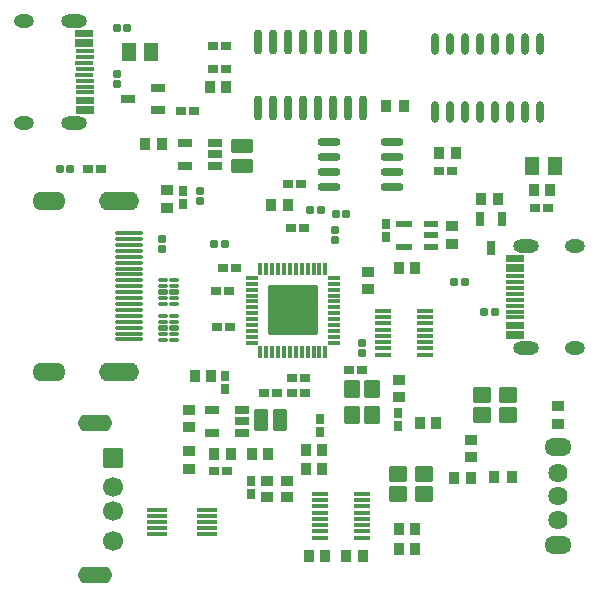
<source format=gts>
G04 Layer: TopSolderMaskLayer*
G04 EasyEDA Pro v2.1.63, 2024-06-10 19:20:29*
G04 Gerber Generator version 0.3*
G04 Scale: 100 percent, Rotated: No, Reflected: No*
G04 Dimensions in millimeters*
G04 Leading zeros omitted, absolute positions, 3 integers and 5 decimals*
%FSLAX35Y35*%
%MOMM*%
%AMRoundRect*1,1,$1,$2,$3*1,1,$1,$4,$5*1,1,$1,0-$2,0-$3*1,1,$1,0-$4,0-$5*20,1,$1,$2,$3,$4,$5,0*20,1,$1,$4,$5,0-$2,0-$3,0*20,1,$1,0-$2,0-$3,0-$4,0-$5,0*20,1,$1,0-$4,0-$5,$2,$3,0*4,1,4,$2,$3,$4,$5,0-$2,0-$3,0-$4,0-$5,$2,$3,0*%
%ADD10O,0.67559X2.13959*%
%ADD11O,0.66159X1.84661*%
%ADD12RoundRect,0.09138X-0.40835X0.43712X0.40835X0.43712*%
%ADD13RoundRect,0.09387X-0.57013X0.69237X0.57013X0.69237*%
%ADD14RoundRect,0.08771X0.40199X-0.27695X-0.40199X-0.27695*%
%ADD15RoundRect,0.09131X0.40514X-0.45514X-0.40514X-0.45514*%
%ADD16RoundRect,0.07779X-0.61111X0.13612X0.61111X0.13612*%
%ADD17RoundRect,0.0976X0.45514X0.40514X0.45514X-0.40514*%
%ADD18RoundRect,0.09131X0.45514X0.40514X0.45514X-0.40514*%
%ADD19RoundRect,0.09131X-0.40514X0.45514X0.40514X0.45514*%
%ADD20RoundRect,0.09424X0.70368X-0.60368X-0.70368X-0.60368*%
%ADD21RoundRect,0.08771X-0.28977X0.27695X0.28977X0.27695*%
%ADD22RoundRect,0.08771X0.28977X-0.27695X-0.28977X-0.27695*%
%ADD23RoundRect,0.0977X2.05116X-2.05116X-2.05116X-2.05116*%
%ADD24O,0.38003X1.10002*%
%ADD25O,1.10002X0.38003*%
%ADD26O,2.5016X0.35161*%
%ADD27O,2.80162X1.6016*%
%ADD28O,3.40157X1.6016*%
%ADD29RoundRect,0.07604X-0.35314X-0.11311X-0.35314X0.11311*%
%ADD30RoundRect,0.08445X-0.34893X-0.20796X-0.34893X0.20796*%
%ADD31RoundRect,0.09424X-0.60368X-0.70368X-0.60368X0.70368*%
%ADD32O,1.9666X0.7316*%
%ADD33RoundRect,0.08771X-0.40199X0.27695X0.40199X0.27695*%
%ADD34RoundRect,0.08771X-0.27695X-0.40199X-0.27695X0.40199*%
%ADD35RoundRect,0.08771X0.27695X0.28977X0.27695X-0.28977*%
%ADD36RoundRect,0.08771X-0.27695X-0.28977X-0.27695X0.28977*%
%ADD37RoundRect,0.09131X-0.43715X-0.40514X-0.43715X0.40514*%
%ADD38RoundRect,0.08771X0.27695X0.40199X0.27695X-0.40199*%
%ADD39RoundRect,0.09131X-0.45514X-0.40514X-0.45514X0.40514*%
%ADD40RoundRect,0.09138X-0.43712X-0.40835X-0.43712X0.40835*%
%ADD41RoundRect,0.09138X0.43712X0.40835X0.43712X-0.40835*%
%ADD42RoundRect,0.09131X-0.40514X0.43715X0.40514X0.43715*%
%ADD43RoundRect,0.08875X-0.50642X0.30643X0.50642X0.30643*%
%ADD44RoundRect,0.09302X-0.8643X-0.50429X-0.8643X0.50429*%
%ADD45RoundRect,0.09302X0.50429X-0.8643X-0.50429X-0.8643*%
%ADD46RoundRect,0.08671X-0.58594X-0.25244X-0.58594X0.25244*%
%ADD47RoundRect,0.08671X-0.59495X-0.25244X-0.59495X0.25244*%
%ADD48O,2.90002X1.40002*%
%ADD49C,1.70002*%
%ADD50RoundRect,0.09447X-0.80278X-0.80278X-0.80278X0.80278*%
%ADD51RoundRect,0.09424X-0.70368X0.60368X0.70368X0.60368*%
%ADD52O,1.72161X0.38161*%
%ADD53C,1.6256*%
%ADD54O,2.3016X1.5016*%
%ADD55RoundRect,0.09138X0.40835X-0.43712X-0.40835X-0.43712*%
%ADD56RoundRect,0.08X0.735X0.16X0.735X-0.16*%
%ADD57O,1.7016X1.1016*%
%ADD58O,2.2016X1.1016*%
%ADD59RoundRect,0.08X-0.735X-0.16X-0.735X0.16*%
%ADD60RoundRect,0.08875X-0.54143X0.30643X0.54143X0.30643*%
%ADD61RoundRect,0.08875X-0.30643X-0.54143X-0.30643X0.54143*%
G75*


G04 Pad Start*
G54D10*
G01X2184400Y-886511D03*
G01X2311400Y-886511D03*
G01X2438400Y-886511D03*
G01X2565400Y-886511D03*
G01X2692400Y-886511D03*
G01X2819400Y-886511D03*
G01X2946400Y-886511D03*
G01X3073400Y-886511D03*
G01X2184400Y-332689D03*
G01X2311400Y-332689D03*
G01X2438400Y-332689D03*
G01X2565400Y-332689D03*
G01X2692400Y-332689D03*
G01X2819400Y-332689D03*
G01X2946400Y-332689D03*
G01X3073400Y-332689D03*
G54D11*
G01X3683000Y-922249D03*
G01X3810000Y-922249D03*
G01X3937000Y-922249D03*
G01X4064000Y-922249D03*
G01X4191000Y-922249D03*
G01X4318000Y-922249D03*
G01X4445000Y-922249D03*
G01X4572000Y-922249D03*
G01X3683000Y-347751D03*
G01X3810000Y-347751D03*
G01X3937000Y-347751D03*
G01X4064000Y-347751D03*
G01X4191000Y-347751D03*
G01X4318000Y-347751D03*
G01X4445000Y-347751D03*
G01X4572000Y-347751D03*
G54D12*
G01X3859936Y-1270000D03*
G01X3709264Y-1270000D03*
G01X3415436Y-876300D03*
G01X3264764Y-876300D03*
G54D13*
G01X1084478Y-419100D03*
G01X1277722Y-419100D03*
G01X4500778Y-1384300D03*
G01X4694022Y-1384300D03*
G54D14*
G01X1799692Y-558800D03*
G01X1908708Y-558800D03*
G01X3717392Y-1422400D03*
G01X3826408Y-1422400D03*
G01X4530192Y-1739900D03*
G01X4639208Y-1739900D03*
G01X1532992Y-914400D03*
G01X1642008Y-914400D03*
G54D15*
G01X4070198Y-1663700D03*
G01X4210202Y-1663700D03*
G54D16*
G01X3236290Y-2608504D03*
G01X3236290Y-2661514D03*
G01X3236290Y-2714498D03*
G01X3236290Y-2767508D03*
G01X3236290Y-2820492D03*
G01X3236290Y-2873502D03*
G01X3236290Y-2926512D03*
G01X3236290Y-2979496D03*
G01X3596310Y-2979496D03*
G01X3596310Y-2926512D03*
G01X3596310Y-2873502D03*
G01X3596310Y-2820492D03*
G01X3596310Y-2767508D03*
G01X3596310Y-2714498D03*
G01X3596310Y-2661514D03*
G01X3596310Y-2608504D03*
G54D15*
G01X3549498Y-3556000D03*
G01X3689502Y-3556000D03*
G54D18*
G01X3378200Y-3333902D03*
G01X3378200Y-3193898D03*
G54D19*
G01X3981602Y-4025900D03*
G01X3841598Y-4025900D03*
G54D18*
G01X3987800Y-3841902D03*
G01X3987800Y-3701898D03*
G54D20*
G01X4301007Y-3318599D03*
G01X4080993Y-3318599D03*
G01X4080993Y-3488601D03*
G01X4301007Y-3488601D03*
G54D21*
G01X4183482Y-2616200D03*
G01X4096918Y-2616200D03*
G54D22*
G01X3842918Y-2362200D03*
G01X3929482Y-2362200D03*
G54D23*
G01X2476487Y-2603513D03*
G54D24*
G01X2751501Y-2953499D03*
G01X2701501Y-2953499D03*
G01X2651501Y-2953499D03*
G01X2601501Y-2953499D03*
G01X2551501Y-2953499D03*
G01X2501501Y-2953499D03*
G01X2451499Y-2953499D03*
G01X2401499Y-2953499D03*
G01X2351499Y-2953499D03*
G01X2301499Y-2953499D03*
G01X2251499Y-2953499D03*
G01X2201499Y-2953499D03*
G54D25*
G01X2126501Y-2878501D03*
G01X2126501Y-2828501D03*
G01X2126501Y-2778501D03*
G01X2126501Y-2728501D03*
G01X2126501Y-2678501D03*
G01X2126501Y-2628501D03*
G01X2126501Y-2578499D03*
G01X2126501Y-2528499D03*
G01X2126501Y-2478499D03*
G01X2126501Y-2428499D03*
G01X2126501Y-2378499D03*
G01X2126501Y-2328499D03*
G54D24*
G01X2201499Y-2253501D03*
G01X2251499Y-2253501D03*
G01X2301499Y-2253501D03*
G01X2351499Y-2253501D03*
G01X2401499Y-2253501D03*
G01X2451499Y-2253501D03*
G01X2501501Y-2253501D03*
G01X2551501Y-2253501D03*
G01X2601501Y-2253501D03*
G01X2651501Y-2253501D03*
G01X2701501Y-2253501D03*
G01X2751501Y-2253501D03*
G54D25*
G01X2826499Y-2328499D03*
G01X2826499Y-2378499D03*
G01X2826499Y-2428499D03*
G01X2826499Y-2478499D03*
G01X2826499Y-2528499D03*
G01X2826499Y-2578499D03*
G01X2826499Y-2628501D03*
G01X2826499Y-2678501D03*
G01X2826499Y-2728501D03*
G01X2826499Y-2778501D03*
G01X2826499Y-2828501D03*
G01X2826499Y-2878501D03*
G54D26*
G01X1088921Y-2400300D03*
G01X1088921Y-2450313D03*
G01X1088921Y-2500325D03*
G01X1088921Y-2550338D03*
G01X1088921Y-2600325D03*
G01X1088921Y-2650338D03*
G01X1088921Y-2700350D03*
G01X1088921Y-2750363D03*
G01X1088921Y-2800375D03*
G01X1088921Y-2850388D03*
G01X1088921Y-2350287D03*
G01X1088921Y-2300275D03*
G01X1088921Y-2250262D03*
G01X1088921Y-2200275D03*
G01X1088921Y-2150262D03*
G01X1088921Y-2100250D03*
G01X1088921Y-2050237D03*
G01X1088921Y-2000225D03*
G01X1088921Y-1950212D03*
G54D27*
G01X409674Y-3125292D03*
G01X409674Y-1675308D03*
G54D28*
G01X1005685Y-3125292D03*
G01X1005685Y-1675308D03*
G54D29*
G01X1378458Y-2855976D03*
G01X1378458Y-2805938D03*
G54D30*
G01X1378458Y-2755900D03*
G54D29*
G01X1378458Y-2705862D03*
G01X1378458Y-2655824D03*
G01X1466342Y-2655824D03*
G01X1466342Y-2705862D03*
G54D30*
G01X1466342Y-2755900D03*
G54D29*
G01X1466342Y-2805938D03*
G01X1466342Y-2855976D03*
G01X1378458Y-2551176D03*
G01X1378458Y-2501138D03*
G54D30*
G01X1378458Y-2451100D03*
G54D29*
G01X1378458Y-2401062D03*
G01X1378458Y-2351024D03*
G01X1466342Y-2351024D03*
G01X1466342Y-2401062D03*
G54D30*
G01X1466342Y-2451100D03*
G54D29*
G01X1466342Y-2501138D03*
G01X1466342Y-2551176D03*
G54D31*
G01X3148203Y-3488207D03*
G01X3148203Y-3268193D03*
G01X2973197Y-3268193D03*
G01X2973197Y-3488207D03*
G54D32*
G01X3316249Y-1562100D03*
G01X3316249Y-1435100D03*
G01X3316249Y-1308100D03*
G01X3316249Y-1181100D03*
G01X2779751Y-1562100D03*
G01X2779751Y-1435100D03*
G01X2779751Y-1308100D03*
G01X2779751Y-1181100D03*
G54D14*
G01X745592Y-1409700D03*
G01X854608Y-1409700D03*
G54D33*
G01X2581808Y-3302000D03*
G01X2472792Y-3302000D03*
G01X2581808Y-3175000D03*
G01X2472792Y-3175000D03*
G01X2569108Y-1905000D03*
G01X2460092Y-1905000D03*
G54D34*
G01X2120900Y-4047592D03*
G01X2120900Y-4156608D03*
G54D33*
G01X1997608Y-2247900D03*
G01X1888592Y-2247900D03*
G54D34*
G01X2705100Y-3526892D03*
G01X2705100Y-3635908D03*
G54D33*
G01X1934108Y-2438400D03*
G01X1825092Y-2438400D03*
G01X2340508Y-3302000D03*
G01X2231492Y-3302000D03*
G54D34*
G01X1905000Y-3158592D03*
G01X1905000Y-3267608D03*
G54D33*
G01X1946808Y-2743200D03*
G01X1837792Y-2743200D03*
G54D14*
G01X2434692Y-1536700D03*
G01X2543708Y-1536700D03*
G54D34*
G01X3365500Y-3476092D03*
G01X3365500Y-3585108D03*
G54D33*
G01X3064408Y-3111500D03*
G01X2955392Y-3111500D03*
G54D22*
G01X1810918Y-2044700D03*
G01X1897482Y-2044700D03*
G01X502818Y-1409700D03*
G01X589382Y-1409700D03*
G54D35*
G01X1371600Y-2087982D03*
G01X1371600Y-2001418D03*
G54D36*
G01X3060700Y-2877718D03*
G01X3060700Y-2964282D03*
G54D22*
G01X2839618Y-1790700D03*
G01X2926182Y-1790700D03*
G54D36*
G01X2832100Y-1925218D03*
G01X2832100Y-2011782D03*
G54D21*
G01X2710282Y-1752600D03*
G01X2623718Y-1752600D03*
G54D37*
G01X3111500Y-2279510D03*
G01X3111500Y-2419490D03*
G54D33*
G01X1921408Y-3962400D03*
G01X1812392Y-3962400D03*
G54D38*
G01X1549400Y-1705508D03*
G01X1549400Y-1596492D03*
G01X3263900Y-1984908D03*
G01X3263900Y-1875892D03*
G54D19*
G01X1784502Y-3162300D03*
G01X1644498Y-3162300D03*
G54D15*
G01X3371698Y-2247900D03*
G01X3511702Y-2247900D03*
G01X2584298Y-3949700D03*
G01X2724302Y-3949700D03*
G01X2584298Y-3784600D03*
G01X2724302Y-3784600D03*
G54D39*
G01X2260600Y-4044798D03*
G01X2260600Y-4184802D03*
G01X2425700Y-4044798D03*
G01X2425700Y-4184802D03*
G54D40*
G01X3822700Y-1893164D03*
G01X3822700Y-2043836D03*
G54D12*
G01X1954936Y-3822700D03*
G01X1804264Y-3822700D03*
G54D41*
G01X1600200Y-3948836D03*
G01X1600200Y-3798164D03*
G54D40*
G01X1409700Y-1588364D03*
G01X1409700Y-1739036D03*
G54D42*
G01X2432190Y-1714500D03*
G01X2292210Y-1714500D03*
G54D43*
G01X1787690Y-3638296D03*
G01X1787690Y-3448304D03*
G01X2047710Y-3448304D03*
G01X2047710Y-3543300D03*
G01X2047710Y-3638296D03*
G01X1559090Y-1377696D03*
G01X1559090Y-1187704D03*
G01X1819110Y-1187704D03*
G01X1819110Y-1282700D03*
G01X1819110Y-1377696D03*
G54D44*
G01X2044700Y-1212596D03*
G01X2044700Y-1378204D03*
G54D45*
G01X2203196Y-3530600D03*
G01X2368804Y-3530600D03*
G54D46*
G01X3645967Y-2063496D03*
G01X3645967Y-1968500D03*
G01X3645967Y-1873504D03*
G54D47*
G01X3415233Y-1873504D03*
G01X3415233Y-2063496D03*
G54D48*
G01X801294Y-4848695D03*
G01X801294Y-3558705D03*
G54D49*
G01X951306Y-4553699D03*
G01X951306Y-4303712D03*
G01X951306Y-4103713D03*
G54D50*
G01X951306Y-3853701D03*
G54D16*
G01X2702890Y-4157904D03*
G01X2702890Y-4210914D03*
G01X2702890Y-4263898D03*
G01X2702890Y-4316908D03*
G01X2702890Y-4369892D03*
G01X2702890Y-4422902D03*
G01X2702890Y-4475912D03*
G01X2702890Y-4528896D03*
G01X3062910Y-4528896D03*
G01X3062910Y-4475912D03*
G01X3062910Y-4422902D03*
G01X3062910Y-4369892D03*
G01X3062910Y-4316908D03*
G01X3062910Y-4263898D03*
G01X3062910Y-4210914D03*
G01X3062910Y-4157904D03*
G54D19*
G01X3067202Y-4686300D03*
G01X2927198Y-4686300D03*
G54D15*
G01X2609698Y-4686300D03*
G01X2749702Y-4686300D03*
G54D19*
G01X3511702Y-4457700D03*
G01X3371698Y-4457700D03*
G01X3511702Y-4622800D03*
G01X3371698Y-4622800D03*
G54D51*
G01X3369793Y-4161701D03*
G01X3589807Y-4161701D03*
G01X3589807Y-3991699D03*
G01X3369793Y-3991699D03*
G54D52*
G01X1325702Y-4294200D03*
G01X1325702Y-4344213D03*
G01X1325702Y-4394200D03*
G01X1325702Y-4444213D03*
G01X1325702Y-4494200D03*
G01X1747698Y-4294200D03*
G01X1747698Y-4344213D03*
G01X1747698Y-4394200D03*
G01X1747698Y-4444213D03*
G01X1747698Y-4494200D03*
G54D53*
G01X4724400Y-4378300D03*
G01X4724400Y-4178300D03*
G01X4724400Y-3978300D03*
G54D54*
G01X4724400Y-3763289D03*
G01X4724400Y-4593311D03*
G54D40*
G01X4724400Y-3417164D03*
G01X4724400Y-3567836D03*
G54D55*
G01X4179164Y-4013200D03*
G01X4329836Y-4013200D03*
G54D22*
G01X985418Y-215900D03*
G01X1071982Y-215900D03*
G54D36*
G01X990600Y-604418D03*
G01X990600Y-690982D03*
G54D56*
G01X711797Y-246710D03*
G01X711797Y-275412D03*
G01X711543Y-325501D03*
G01X711543Y-354203D03*
G01X711949Y-409194D03*
G01X711949Y-459207D03*
G01X711797Y-509194D03*
G01X711949Y-559206D03*
G01X711797Y-609194D03*
G01X711949Y-659206D03*
G01X711949Y-709168D03*
G01X711949Y-759206D03*
G01X711949Y-814197D03*
G01X711949Y-842899D03*
G01X711949Y-893013D03*
G01X711949Y-921690D03*
G54D57*
G01X202451Y-152197D03*
G01X202451Y-1016203D03*
G54D58*
G01X620459Y-1016203D03*
G01X620433Y-152197D03*
G54D59*
G01X4355503Y-2826690D03*
G01X4355503Y-2797988D03*
G01X4355757Y-2747899D03*
G01X4355757Y-2719197D03*
G01X4355351Y-2664206D03*
G01X4355351Y-2614193D03*
G01X4355503Y-2564206D03*
G01X4355351Y-2514194D03*
G01X4355503Y-2464206D03*
G01X4355351Y-2414194D03*
G01X4355351Y-2364232D03*
G01X4355351Y-2314194D03*
G01X4355351Y-2259203D03*
G01X4355351Y-2230501D03*
G01X4355351Y-2180387D03*
G01X4355351Y-2151710D03*
G54D57*
G01X4864849Y-2921203D03*
G01X4864849Y-2057197D03*
G54D58*
G01X4446842Y-2057197D03*
G01X4446867Y-2921203D03*
G54D60*
G01X1330008Y-907796D03*
G01X1330008Y-717804D03*
G01X1082993Y-812800D03*
G54D61*
G01X4247896Y-1832292D03*
G01X4057904Y-1832292D03*
G01X4152900Y-2079307D03*
G54D35*
G01X1689100Y-1681582D03*
G01X1689100Y-1595018D03*
G54D19*
G01X1911502Y-711200D03*
G01X1771498Y-711200D03*
G01X4654702Y-1587500D03*
G01X4514698Y-1587500D03*
G54D39*
G01X1600200Y-3447898D03*
G01X1600200Y-3587902D03*
G54D19*
G01X1365402Y-1193800D03*
G01X1225398Y-1193800D03*
G54D15*
G01X2127098Y-3822700D03*
G01X2267102Y-3822700D03*
G54D33*
G01X1908708Y-368300D03*
G01X1799692Y-368300D03*
G04 Pad End*

M02*

</source>
